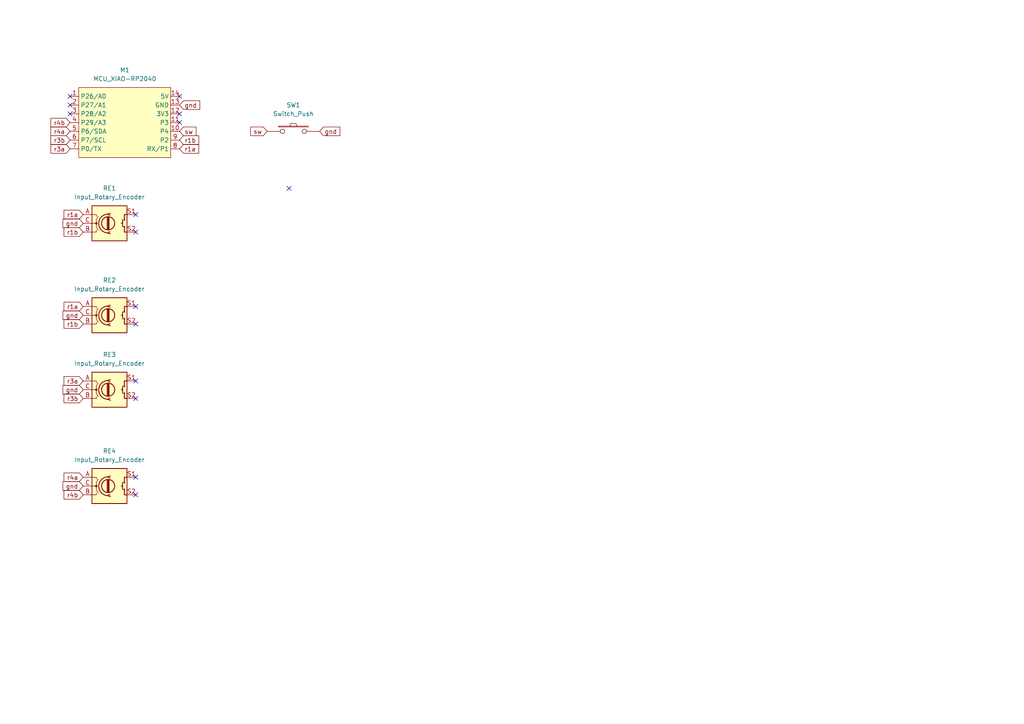
<source format=kicad_sch>
(kicad_sch (version 20231120) (generator "eeschema") (generator_version "8.0")
  (paper "A4")
  (lib_symbols
    (symbol "kbd_th:Input_Rotary_Encoder" (pin_names (offset 0.254) hide)
      (property "Reference" "RE" (at 0 6.604 0))
      (property "Value" "Input_Rotary_Encoder" (at 0 -6.604 0))
      (symbol "Input_Rotary_Encoder_0_1"
        (rectangle (start -5.08 5.08) (end 5.08 -5.08) (stroke (width 0.254)) (fill (type background)))
        (circle (center -3.81 0) (radius 0.254) (fill (type outline)))
        (circle (center -0.381 0) (radius 1.905) (stroke (width 0.254)))
        (arc (start -0.381 2.667) (mid -3.0988 -0.0635) (end -0.381 -2.794) (stroke (width 0.254)))
        (polyline (pts (xy -0.635 -1.778) (xy -0.635 1.778)) (stroke (width 0.254)))
        (polyline (pts (xy -0.381 -1.778) (xy -0.381 1.778)) (stroke (width 0.254)))
        (polyline (pts (xy -0.127 1.778) (xy -0.127 -1.778)) (stroke (width 0.254)))
        (polyline (pts (xy 3.81 0) (xy 3.429 0)) (stroke (width 0.254)))
        (polyline (pts (xy 3.81 1.016) (xy 3.81 -1.016)) (stroke (width 0.254)))
        (polyline (pts (xy -5.08 -2.54) (xy -3.81 -2.54) (xy -3.81 -2.032)))
        (polyline (pts (xy -5.08 2.54) (xy -3.81 2.54) (xy -3.81 2.032)))
        (polyline (pts (xy 0.254 -3.048) (xy -0.508 -2.794) (xy 0.127 -2.413)) (stroke (width 0.254)))
        (polyline (pts (xy 0.254 2.921) (xy -0.508 2.667) (xy 0.127 2.286)) (stroke (width 0.254)))
        (polyline (pts (xy 5.08 -2.54) (xy 4.318 -2.54) (xy 4.318 -1.016)) (stroke (width 0.254)))
        (polyline (pts (xy 5.08 2.54) (xy 4.318 2.54) (xy 4.318 1.016)) (stroke (width 0.254)))
        (polyline (pts (xy -5.08 0) (xy -3.81 0) (xy -3.81 -1.016) (xy -3.302 -2.032)))
        (polyline (pts (xy -4.318 0) (xy -3.81 0) (xy -3.81 1.016) (xy -3.302 2.032)))
        (circle (center 4.318 -1.016) (radius 0.127) (stroke (width 0.254)))
        (circle (center 4.318 1.016) (radius 0.127) (stroke (width 0.254)))
      )
      (symbol "Input_Rotary_Encoder_1_1"
        (pin passive line (at -7.62 2.54 0) (length 2.54) (name "A") (number "A"))
        (pin passive line (at -7.62 -2.54 0) (length 2.54) (name "B") (number "B"))
        (pin passive line (at -7.62 0 0) (length 2.54) (name "C") (number "C"))
        (pin passive line (at 7.62 2.54 180) (length 2.54) (name "S1") (number "S1"))
        (pin passive line (at 7.62 -2.54 180) (length 2.54) (name "S2") (number "S2"))
      )
    )
    (symbol "kbd_th:MCU_XIAO-RP2040"
      (property "Reference" "M" (at 1.27 0 0))
      (property "Value" "MCU_XIAO-RP2040" (at 1.27 12.065 0))
      (symbol "MCU_XIAO-RP2040_0_1"
        (rectangle (start -12.7 10.16) (end 13.97 -10.16) (fill (type background)))
      )
      (symbol "MCU_XIAO-RP2040_1_1"
        (pin bidirectional line (at -15.24 7.62 0) (length 2.54) (name "P26/A0") (number "1"))
        (pin bidirectional line (at 16.51 -2.54 180) (length 2.54) (name "P4") (number "10"))
        (pin bidirectional line (at 16.51 0 180) (length 2.54) (name "P3") (number "11"))
        (pin power_in line (at 16.51 2.54 180) (length 2.54) (name "3V3") (number "12"))
        (pin power_in line (at 16.51 5.08 180) (length 2.54) (name "GND") (number "13"))
        (pin power_in line (at 16.51 7.62 180) (length 2.54) (name "5V") (number "14"))
        (pin bidirectional line (at -15.24 5.08 0) (length 2.54) (name "P27/A1") (number "2"))
        (pin bidirectional line (at -15.24 2.54 0) (length 2.54) (name "P28/A2") (number "3"))
        (pin bidirectional line (at -15.24 0 0) (length 2.54) (name "P29/A3") (number "4"))
        (pin bidirectional line (at -15.24 -2.54 0) (length 2.54) (name "P6/SDA") (number "5"))
        (pin bidirectional line (at -15.24 -5.08 0) (length 2.54) (name "P7/SCL") (number "6"))
        (pin bidirectional line (at -15.24 -7.62 0) (length 2.54) (name "P0/TX") (number "7"))
        (pin bidirectional line (at 16.51 -7.62 180) (length 2.54) (name "RX/P1") (number "8"))
        (pin bidirectional line (at 16.51 -5.08 180) (length 2.54) (name "P2") (number "9"))
      )
    )
    (symbol "kbd_th:Switch_Push" (pin_numbers hide) (pin_names (offset 1.016) hide)
      (property "Reference" "SW" (at 3.81 2.794 0))
      (property "Value" "Switch_Push" (at 0 -2.032 0))
      (symbol "Switch_Push_0_1"
        (rectangle (start -4.318 1.27) (end 4.318 1.524))
        (polyline (pts (xy -1.016 1.524) (xy -0.762 2.286) (xy 0.762 2.286) (xy 1.016 1.524)))
        (pin passive inverted (at -7.62 0 0) (length 5.08) (name "1") (number "1"))
        (pin passive inverted (at 7.62 0 180) (length 5.08) (name "2") (number "2"))
      )
    )
  )
  (no_connect (at 39.37 143.51))
  (no_connect (at 39.37 62.23))
  (no_connect (at 39.37 110.49))
  (no_connect (at 52.07 27.94))
  (no_connect (at 39.37 93.98))
  (no_connect (at 52.07 35.56))
  (no_connect (at 20.32 27.94))
  (no_connect (at 20.32 33.02))
  (no_connect (at 39.37 67.31))
  (no_connect (at 83.82 54.61))
  (no_connect (at 52.07 33.02))
  (no_connect (at 20.32 30.48))
  (no_connect (at 39.37 138.43))
  (no_connect (at 39.37 88.9))
  (no_connect (at 39.37 115.57))
  (global_label "r3a" (shape input) (at 24.13 110.49 180) (property "Intersheetrefs" "${INTERSHEET_REFS}" (effects (hide yes))))
  (global_label "r4b" (shape input) (at 20.32 35.56 180) (property "Intersheetrefs" "${INTERSHEET_REFS}" (effects (hide yes))))
  (global_label "r3b" (shape input) (at 24.13 115.57 180) (property "Intersheetrefs" "${INTERSHEET_REFS}" (effects (hide yes))))
  (global_label "r4a" (shape input) (at 24.13 138.43 180) (property "Intersheetrefs" "${INTERSHEET_REFS}" (effects (hide yes))))
  (global_label "r4a" (shape input) (at 20.32 38.1 180) (property "Intersheetrefs" "${INTERSHEET_REFS}" (effects (hide yes))))
  (global_label "r4b" (shape input) (at 24.13 143.51 180) (property "Intersheetrefs" "${INTERSHEET_REFS}" (effects (hide yes))))
  (global_label "r1a" (shape input) (at 52.07 43.18 0) (property "Intersheetrefs" "${INTERSHEET_REFS}" (effects (hide yes))))
  (global_label "r1b" (shape input) (at 24.13 93.98 180) (property "Intersheetrefs" "${INTERSHEET_REFS}" (effects (hide yes))))
  (global_label "gnd" (shape input) (at 24.13 140.97 180) (property "Intersheetrefs" "${INTERSHEET_REFS}" (effects (hide yes))))
  (global_label "sw" (shape input) (at 77.47 38.1 180) (property "Intersheetrefs" "${INTERSHEET_REFS}" (effects (hide yes))))
  (global_label "r1a" (shape input) (at 24.13 88.9 180) (property "Intersheetrefs" "${INTERSHEET_REFS}" (effects (hide yes))))
  (global_label "gnd" (shape input) (at 92.71 38.1 0) (property "Intersheetrefs" "${INTERSHEET_REFS}" (effects (hide yes))))
  (global_label "r1b" (shape input) (at 24.13 67.31 180) (property "Intersheetrefs" "${INTERSHEET_REFS}" (effects (hide yes))))
  (global_label "gnd" (shape input) (at 52.07 30.48 0) (property "Intersheetrefs" "${INTERSHEET_REFS}" (effects (hide yes))))
  (global_label "r1a" (shape input) (at 24.13 62.23 180) (property "Intersheetrefs" "${INTERSHEET_REFS}" (effects (hide yes))))
  (global_label "r3a" (shape input) (at 20.32 43.18 180) (property "Intersheetrefs" "${INTERSHEET_REFS}" (effects (hide yes))))
  (global_label "gnd" (shape input) (at 24.13 64.77 180) (property "Intersheetrefs" "${INTERSHEET_REFS}" (effects (hide yes))))
  (global_label "r3b" (shape input) (at 20.32 40.64 180) (property "Intersheetrefs" "${INTERSHEET_REFS}" (effects (hide yes))))
  (global_label "gnd" (shape input) (at 24.13 91.44 180) (property "Intersheetrefs" "${INTERSHEET_REFS}" (effects (hide yes))))
  (global_label "gnd" (shape input) (at 24.13 113.03 180) (property "Intersheetrefs" "${INTERSHEET_REFS}" (effects (hide yes))))
  (global_label "r1b" (shape input) (at 52.07 40.64 0) (property "Intersheetrefs" "${INTERSHEET_REFS}" (effects (hide yes))))
  (global_label "sw" (shape input) (at 52.07 38.1 0) (property "Intersheetrefs" "${INTERSHEET_REFS}" (effects (hide yes))))
  (symbol (lib_id "kbd_th:Input_Rotary_Encoder") (at 31.75 64.77 0) (unit 1)
    (property "Reference" "RE1" (at 31.75 54.61 0))
    (property "Value" "Input_Rotary_Encoder" (at 31.75 57.15 0))
    (property "Footprint" "THQWGD001:THQWGD001" (effects (hide yes)))
    (property "Description" "Rotary encoder, dual channel, incremental quadrate outputs, with switch" (effects (hide yes)))
  )
  (symbol (lib_id "kbd_th:Input_Rotary_Encoder") (at 31.75 140.97 0) (unit 1)
    (property "Reference" "RE4" (at 31.75 130.81 0))
    (property "Value" "Input_Rotary_Encoder" (at 31.75 133.35 0))
    (property "Footprint" "THQWGD001:THQWGD001_Reversible" (effects (hide yes)))
    (property "Description" "Rotary encoder, dual channel, incremental quadrate outputs, with switch" (effects (hide yes)))
  )
  (symbol (lib_id "kbd_th:MCU_XIAO-RP2040") (at 35.56 35.56 0) (unit 1)
    (property "Reference" "M1" (at 36.195 20.32 0))
    (property "Value" "MCU_XIAO-RP2040" (at 36.195 22.86 0))
    (property "Footprint" "kbd_th:MCU_XIAO_RP2040" (effects (hide yes)))
  )
  (symbol (lib_id "kbd_th:Switch_Push") (at 85.09 38.1 0) (unit 1)
    (property "Reference" "SW1" (at 85.09 30.48 0))
    (property "Value" "Switch_Push" (at 85.09 33.02 0))
    (property "Footprint" "kbd_th:Switch_Cherry_MX_Socket 2" (effects (hide yes)))
  )
  (symbol (lib_id "kbd_th:Input_Rotary_Encoder") (at 31.75 113.03 0) (unit 1)
    (property "Reference" "RE3" (at 31.75 102.87 0))
    (property "Value" "Input_Rotary_Encoder" (at 31.75 105.41 0))
    (property "Footprint" "THQWGD001:THQWGD001" (effects (hide yes)))
    (property "Description" "Rotary encoder, dual channel, incremental quadrate outputs, with switch" (effects (hide yes)))
  )
  (symbol (lib_id "kbd_th:Input_Rotary_Encoder") (at 31.75 91.44 0) (unit 1)
    (property "Reference" "RE2" (at 31.75 81.28 0))
    (property "Value" "Input_Rotary_Encoder" (at 31.75 83.82 0))
    (property "Footprint" "THQWGD001:THQWGD001" (effects (hide yes)))
    (property "Description" "Rotary encoder, dual channel, incremental quadrate outputs, with switch" (effects (hide yes)))
  )
)
</source>
